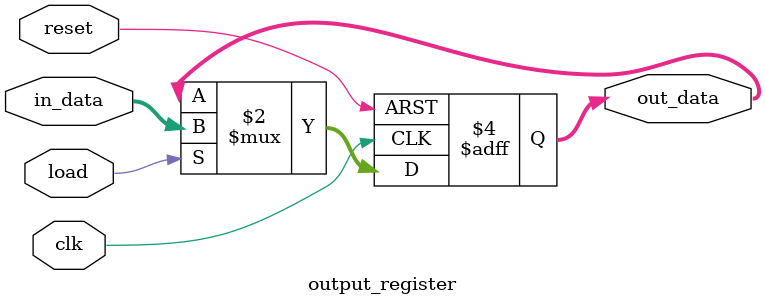
<source format=v>
module output_register (
    input clk,                // Clock signal
    input reset,              // Reset signal (active high)
    input [15:0] in_data,     // 16-bit input data (ALU result)
    input load,               // Load signal (active high)
    output reg [15:0] out_data // 16-bit output data (register content)
);
    always @(posedge clk or posedge reset) begin
        if (reset) 
            out_data <= 16'b0;   // Reset the register to 0
        else if (load) 
            out_data <= in_data; // Load the ALU result into the register
    end
endmodule

</source>
